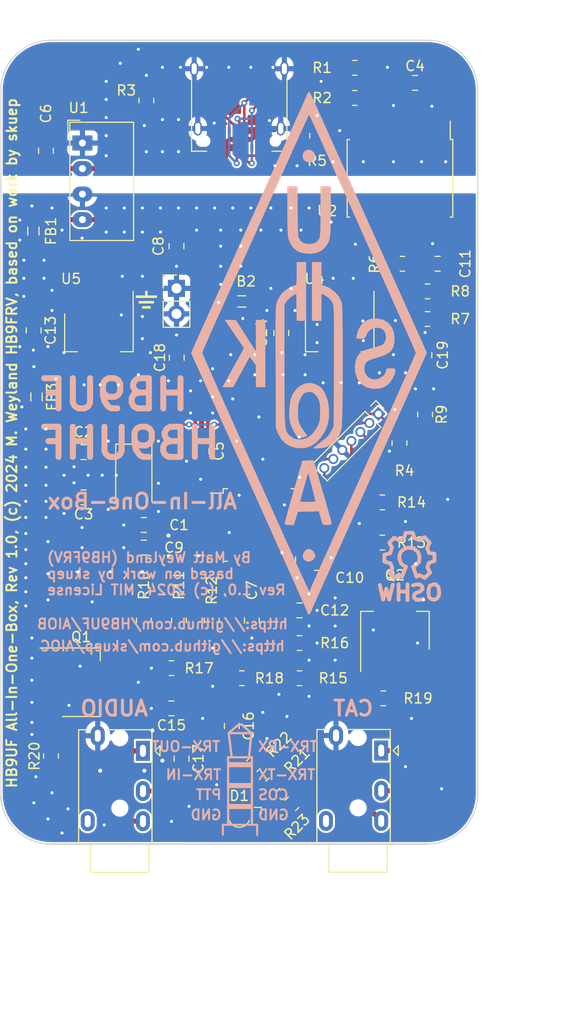
<source format=kicad_pcb>
(kicad_pcb (version 20211014) (generator pcbnew)
  (layers (0 "F.Cu" signal) (31 "B.Cu" signal) (34 "B.Paste" user) (35 "F.Paste" user) (36 "B.SilkS" user "B.Silkscreen") (37 "F.SilkS" user "F.Silkscreen") (38 "B.Mask" user) (39 "F.Mask" user) (44 "Edge.Cuts" user))
  (net 0 "")
  (net 1 "GND")
  (net 2 "/OSCIN")
  (net 3 "/OSCOUT")
  (net 6 "Net-(C8-Pad1)")
  (net 7 "Net-(C11-Pad1)")
  (net 8 "Net-(C13-Pad1)")
  (net 9 "Net-(C15-Pad1)")
  (net 10 "Net-(R6-Pad1)")
  (net 11 "Net-(R7-Pad2)")
  (net 12 "/SWCLK")
  (net 13 "Net-(R8-Pad2)")
  (net 18 "/SWDIO")
  (net 22 "+3V3")
  (net 23 "+3.3VA")
  (net 24 "Net-(C14-Pad1)")
  (net 25 "GNDREF")
  (net 26 "/USART-RX")
  (net 27 "/USART-TX")
  (net 28 "/PTT1")
  (net 29 "/AFIN")
  (net 30 "/RADIO-MIC")
  (net 31 "/RADIO-SPK")
  (net 32 "/AFOUT")
  (net 33 "/RADIO-TX")
  (net 34 "/NRST")
  (net 35 "/SWO")
  (net 36 "/BOOT0")
  (net 37 "Net-(D1-Pad1)")
  (net 40 "/DAC_ATTEN")
  (net 41 "Net-(C4-Pad1)")
  (net 42 "Net-(C6-Pad1)")
  (net 44 "/USB-DP-H")
  (net 45 "/USB-DN-H")
  (net 46 "Net-(C16-Pad1)")
  (net 47 "/USB-DP-D")
  (net 48 "/USB-DN-D")
  (net 49 "Net-(J1-PadA6)")
  (net 50 "Net-(J1-PadA7)")
  (net 51 "Net-(J1-PadA5)")
  (net 52 "Net-(J1-PadB5)")
  (net 53 "Net-(Q1-Pad1)")
  (net 55 "Net-(C18-Pad1)")
  (net 59 "Net-(Q1-Pad2)")
  (net 60 "Net-(Q2-Pad2)")
  (net 61 "/RADIO-PTT")
  (net 62 "/RADIO-RX")
  (net 64 "/COS")
  (net 65 "Net-(Q2-Pad1)")
  (net 67 "Net-(D1-Pad3)")
  (net 68 "/LED_B")
  (net 69 "/LED_G")
  (net 70 "/LED_R")
  (net 73 "Net-(D1-Pad4)")
  (footprint "Resistor_SMD:R_0805_2012Metric" (layer "F.Cu") (at 224.5 89.25 90)
    (fp_text reference "R12")
    (fp_text value "10K")
  )
  (footprint "Capacitor_SMD:C_0805_2012Metric" (layer "F.Cu") (at 233.25 88.25)
    (fp_text reference "C12")
    (fp_text value "10n/NP0")
  )
  (footprint "AIOC:USB_C_Receptacle_Amphenol_12401832E40-2A" (layer "F.Cu") (at 227.25 38.18 180)
    (fp_text reference "J1" hide)
    (fp_text value "12401832E402A")
  )
  (footprint "Capacitor_SMD:C_0805_2012Metric" (layer "F.Cu") (at 211.75 72.5 180)
    (fp_text reference "C2")
    (fp_text value "22p/NP0")
  )
  (footprint "Capacitor_SMD:C_0805_2012Metric" (layer "F.Cu") (at 208 42.5 90)
    (fp_text reference "C6")
    (fp_text value "4.7u/10V/X5R")
  )
  (footprint "Connector_Audio:Jack_3.5mm_PJ320E_Horizontal" (layer "F.Cu") (at 241.3825 102.2 180)
    (fp_text reference "J5" hide)
    (fp_text value "CAT")
  )
  (footprint "hb9uf:GND" (layer "F.Cu") (at 218 57.2)
    (fp_text reference "GND" hide)
    (fp_text value "GND" hide)
  )
  (footprint "Resistor_SMD:R_0805_2012Metric" (layer "F.Cu") (at 230.6 105.6 45)
    (fp_text reference "R21")
    (fp_text value "220R")
  )
  (footprint "Inductor_SMD:L_0805_2012Metric" (layer "F.Cu") (at 206.75 50.5 -90)
    (fp_text reference "FB1")
    (fp_text value "600R@100MHz")
  )
  (footprint "Package_TO_SOT_SMD:SOT-223-3_TabPin2" (layer "F.Cu") (at 211.5 95.4)
    (fp_text reference "Q1")
    (fp_text value "PZT2222A")
  )
  (footprint "Capacitor_SMD:C_0805_2012Metric" (layer "F.Cu") (at 244.75 35.75)
    (fp_text reference "C4")
    (fp_text value "100n")
  )
  (footprint "Capacitor_SMD:C_0805_2012Metric" (layer "F.Cu") (at 217.75 82 180)
    (fp_text reference "C9")
    (fp_text value "100n")
  )
  (footprint "Capacitor_SMD:C_0805_2012Metric" (layer "F.Cu") (at 220.5 98 180)
    (fp_text reference "C15")
    (fp_text value "100n")
  )
  (footprint "Resistor_SMD:R_0805_2012Metric" (layer "F.Cu") (at 228.645235 103.604765 45)
    (fp_text reference "R22")
    (fp_text value "220R")
  )
  (footprint "LED_SMD:LED_Kingbright_APFA3010_3x1.5mm_Horizontal" (layer "F.Cu") (at 227.25 108.5 180)
    (fp_text reference "D1")
    (fp_text value "LED_RGBK")
  )
  (footprint "Capacitor_SMD:C_0805_2012Metric" (layer "F.Cu") (at 223.5 72.4 -90)
    (fp_text reference "C5")
    (fp_text value "100n")
  )
  (footprint "Resistor_SMD:R_0805_2012Metric" (layer "F.Cu") (at 208.5 102.75 90)
    (fp_text reference "R20")
    (fp_text value "24R")
  )
  (footprint "Inductor_SMD:L_0805_2012Metric" (layer "F.Cu") (at 227.5 57.5 180)
    (fp_text reference "FB2")
    (fp_text value "600R@100MHz")
  )
  (footprint "Resistor_SMD:R_0805_2012Metric" (layer "F.Cu") (at 241.5 81.5 180)
    (fp_text reference "R13")
    (fp_text value "220R")
  )
  (footprint "Resistor_SMD:R_0805_2012Metric" (layer "F.Cu") (at 217.75 89.25 -90)
    (fp_text reference "R10")
    (fp_text value "2.2K")
  )
  (footprint "Connector_PinHeader_1.27mm:PinHeader_1x07_P1.27mm_Vertical" (layer "F.Cu") (at 241.104684 68.695317 -45)
    (fp_text reference "J3" hide)
    (fp_text value "Conn_01x07_Male")
  )
  (footprint "Resistor_SMD:R_0805_2012Metric" (layer "F.Cu") (at 238.75 37.25 180)
    (fp_text reference "R2")
    (fp_text value "24R")
  )
  (footprint "Resistor_SMD:R_0805_2012Metric" (layer "F.Cu") (at 241.5 77.5 180)
    (fp_text reference "R14")
    (fp_text value "220R")
  )
  (footprint "Capacitor_SMD:C_0805_2012Metric" (layer "F.Cu") (at 247 53.75)
    (fp_text reference "C11")
    (fp_text value "100n")
  )
  (footprint "Package_TO_SOT_SMD:SOT-223-3_TabPin2" (layer "F.Cu") (at 242.75 90.25 90)
    (fp_text reference "Q2")
    (fp_text value "PZT2222A")
  )
  (footprint "Package_QFP:LQFP-48_7x7mm_P0.5mm" (layer "F.Cu") (at 229.25 79.75)
    (fp_text reference "U3" hide)
    (fp_text value "STM32F373CBTx")
  )
  (footprint "Capacitor_SMD:C_0805_2012Metric" (layer "F.Cu") (at 231.4375 60.64375 -90)
    (fp_text reference "C14")
    (fp_text value "4.7u/10V/X5R")
  )
  (footprint "Resistor_SMD:R_0805_2012Metric" (layer "F.Cu") (at 220.5 94)
    (fp_text reference "R17")
    (fp_text value "220R")
  )
  (footprint "Package_SO:SOIC-16W_7.5x10.3mm_P1.27mm" (layer "F.Cu") (at 243.25 45.25 -90)
    (fp_text reference "U2")
    (fp_text value "ADUM3160")
  )
  (footprint "Inductor_SMD:L_0805_2012Metric" (layer "F.Cu") (at 207.06 67 -90)
    (fp_text reference "FB3")
    (fp_text value "600R@100MHz")
  )
  (footprint "Package_TO_SOT_SMD:SOT-223-3_TabPin2" (layer "F.Cu") (at 237.25 60.59375 -90)
    (fp_text reference "U4")
    (fp_text value "TLV1117LV-33")
  )
  (footprint "Resistor_SMD:R_0805_2012Metric" (layer "F.Cu") (at 246 56.5 180)
    (fp_text reference "R8")
    (fp_text value "24R")
  )
  (footprint "Capacitor_SMD:C_0805_2012Metric" (layer "F.Cu") (at 221 52 -90)
    (fp_text reference "C8")
    (fp_text value "4.7u/10V/X5R")
  )
  (footprint "Resistor_SMD:R_0805_2012Metric" (layer "F.Cu") (at 246 59.25 180)
    (fp_text reference "R7")
    (fp_text value "24R")
  )
  (footprint "Capacitor_SMD:C_0805_2012Metric" (layer "F.Cu") (at 211.75 77 180)
    (fp_text reference "C3")
    (fp_text value "22p/NP0")
  )
  (footprint "Capacitor_SMD:C_0805_2012Metric" (layer "F.Cu") (at 206.775 60.3875 -90)
    (fp_text reference "C13")
    (fp_text value "4.7u/10V/X5R")
  )
  (footprint "Capacitor_SMD:C_0805_2012Metric" (layer "F.Cu") (at 221.025 63.09375 90)
    (fp_text reference "C18")
    (fp_text value "4.7u/10V/X5R")
  )
  (footprint "Resistor_SMD:R_0805_2012Metric" (layer "F.Cu") (at 245.75 68.75 -90)
    (fp_text reference "R9")
    (fp_text value "1.5K")
  )
  (footprint "Capacitor_SMD:C_0805_2012Metric" (layer "F.Cu") (at 245.6875 62.84375 90)
    (fp_text reference "C19")
    (fp_text value "4.7u/10V/X5R")
  )
  (footprint "Capacitor_SMD:C_0805_2012Metric" (layer "F.Cu") (at 226.5 99.75 -90)
    (fp_text reference "C16")
    (fp_text value "4.7u/10V/X5R")
  )
  (footprint "Resistor_SMD:R_0805_2012Metric" (layer "F.Cu") (at 221.25 89.25 90)
    (fp_text reference "R11")
    (fp_text value "N.M.")
  )
  (footprint "Resistor_SMD:R_0805_2012Metric" (layer "F.Cu") (at 227.5 95 180)
    (fp_text reference "R18")
    (fp_text value "2.2K")
  )
  (footprint "Capacitor_SMD:C_0805_2012Metric" (layer "F.Cu") (at 217.75 79.75 180)
    (fp_text reference "C1")
    (fp_text value "100n")
  )
  (footprint "Converter_DCDC:Converter_DCDC_Murata_CRE1xxxxxxSC_THT" (layer "F.Cu") (at 211.6325 41.7375)
    (fp_text reference "U1")
    (fp_text value "CRE1S0505SC")
  )
  (footprint "Resistor_SMD:R_0805_2012Metric" (layer "F.Cu") (at 232.5 107.5 45)
    (fp_text reference "R23")
    (fp_text value "220R")
  )
  (footprint "Capacitor_SMD:C_0805_2012Metric" (layer "F.Cu") (at 228.5 89.25 -90)
    (fp_text reference "C7")
    (fp_text value "100n")
  )
  (footprint "Resistor_SMD:R_0805_2012Metric" (layer "F.Cu") (at 233.25 95 180)
    (fp_text reference "R15")
    (fp_text value "5.1K")
  )
  (footprint "Connector_Audio:Jack_3.5mm_PJ320E_Horizontal" (layer "F.Cu") (at 217.6575 102.225 180)
    (fp_text reference "J4" hide)
    (fp_text value "AUDIO")
  )
  (footprint "Resistor_SMD:R_0805_2012Metric" (layer "F.Cu") (at 233.25 91.5 180)
    (fp_text reference "R16")
    (fp_text value "5.1K")
  )
  (footprint "Capacitor_SMD:C_0805_2012Metric" (layer "F.Cu") (at 235 85 180)
    (fp_text reference "C10")
    (fp_text value "4.7u/10V/X5R")
  )
  (footprint "Resistor_SMD:R_0805_2012Metric" (layer "F.Cu") (at 243.2 71.6 90)
    (fp_text reference "R4")
    (fp_text value "2.2K")
  )
  (footprint "Resistor_SMD:R_0805_2012Metric" (layer "F.Cu") (at 241.6 97 180)
    (fp_text reference "R19")
    (fp_text value "24R")
  )
  (footprint "Resistor_SMD:R_0805_2012Metric" (layer "F.Cu") (at 243.5 53.75)
    (fp_text reference "R6")
    (fp_text value "5.1K")
  )
  (footprint "Resistor_SMD:R_0805_2012Metric" (layer "F.Cu") (at 218 37.5 -90)
    (fp_text reference "R3")
    (fp_text value "5.1K")
  )
  (footprint "Resistor_SMD:R_0805_2012Metric" (layer "F.Cu") (at 238.75 34.25 180)
    (fp_text reference "R1")
    (fp_text value "24R")
  )
  (footprint "Package_TO_SOT_SMD:SOT-223-3_TabPin2" (layer "F.Cu") (at 213.275 60.59375 -90)
    (fp_text reference "U5")
    (fp_text value "TLV1117LV-33")
  )
  (footprint "Capacitor_SMD:C_0805_2012Metric" (layer "F.Cu") (at 221.5 103 -90)
    (fp_text reference "C17")
    (fp_text value "4.7u/10V/X5R")
  )
  (footprint "AIOC:Crystal_SMD_5032-2Pin_5.0x3.2mm" (layer "F.Cu") (at 216.75 74.75 -90)
    (fp_text reference "Y1" hide)
    (fp_text value "8MHz/20pF")
  )
  (footprint "Resistor_SMD:R_0805_2012Metric" (layer "F.Cu") (at 235 41 -90)
    (fp_text reference "R5")
    (fp_text value "5.1K")
  )
  (footprint "Connector_PinHeader_2.54mm:PinHeader_1x02_P2.54mm_Vertical" (layer "F.Cu") (at 221 56.2)
    (fp_text reference "J2" hide)
    (fp_text value "GND")
  )
  (footprint "symbols:Symbol_OSHW-Logo_SilkScreen" (layer "B.Cu") (at 244.2 83 180)
    (fp_text reference "SYM" hide)
    (fp_text value "Symbol_OSHW-Logo_SilkScreen_07Jul2012" hide)
  )
  (footprint "symbols:hb9uf_logo" (layer "B.Cu") (at 234.2 62.6 180)
    (fp_text reference "G***" hide)
    (fp_text value "LOGO" hide)
  )
  (gr_line (start 226.137693 102.867386) (end 226.137693 102.867386) (layer "B.SilkS") (width 0.223652))
  (gr_line (start 227.2 99.6) (end 226.196182 100.456285) (layer "B.SilkS") (width 0.223652))
  (gr_line (start 228.454041 100.461748) (end 226.19268 100.461748) (layer "B.SilkS") (width 0.223652))
  (gr_line (start 228.454041 100.461748) (end 228.454041 100.461748) (layer "B.SilkS") (width 0.223652))
  (gr_poly (pts (xy 226.074947 108.018809) (xy 226.074947 107.512632) (xy 228.491242 107.512632) (xy 228.491242 108.018809)) (layer "B.SilkS") (width 0) (fill solid))
  (gr_line (start 228.430798 100.446414) (end 227.485389 99.59925) (layer "B.SilkS") (width 0.223652))
  (gr_line (start 228.504917 109.49998) (end 228.504917 102.867386) (layer "B.SilkS") (width 0.223652))
  (gr_line (start 227.2 99.6) (end 227.2 99.6) (layer "B.SilkS") (width 0.223652))
  (gr_line (start 225.613952 109.578651) (end 225.613952 110.57634) (layer "B.SilkS") (width 0.201287))
  (gr_line (start 228.504917 102.867386) (end 228.504917 102.867386) (layer "B.SilkS") (width 0.223652))
  (gr_line (start 225.613952 109.578651) (end 225.613952 109.578651) (layer "B.SilkS") (width 0.201287))
  (gr_line (start 226.19268 100.461748) (end 226.19268 100.461748) (layer "B.SilkS") (width 0.223652))
  (gr_line (start 226.137693 102.867386) (end 226.140473 109.487063) (layer "B.SilkS") (width 0.223652))
  (gr_line (start 228.226473 102.851172) (end 228.454041 100.461748) (layer "B.SilkS") (width 0.223652))
  (gr_poly (pts (xy 226.095855 105.93115) (xy 226.095855 105.424973) (xy 228.51215 105.424973) (xy 228.51215 105.93115)) (layer "B.SilkS") (width 0) (fill solid))
  (gr_line (start 228.504917 102.867386) (end 226.137693 102.867386) (layer "B.SilkS") (width 0.223652))
  (gr_line (start 227.485389 99.59925) (end 227.2 99.6) (layer "B.SilkS") (width 0.223652))
  (gr_line (start 229.028656 109.578651) (end 225.613952 109.578651) (layer "B.SilkS") (width 0.201287))
  (gr_line (start 229.028656 110.611363) (end 229.028656 109.578651) (layer "B.SilkS") (width 0.201287))
  (gr_poly (pts (xy 226.118391 103.855172) (xy 226.118391 103.348995) (xy 228.534686 103.348995) (xy 228.534686 103.855172)) (layer "B.SilkS") (width 0) (fill solid))
  (gr_line (start 229.028656 109.578651) (end 229.028656 109.578651) (layer "B.SilkS") (width 0.201287))
  (gr_line (start 226.19268 100.461748) (end 226.50007 102.860805) (layer "B.SilkS") (width 0.223652))
  (gr_line (start 227.485389 99.59925) (end 227.485389 99.59925) (layer "B.SilkS") (width 0.223652))
  (gr_line (start 251 106.5) (end 251 36.5) (layer "Edge.Cuts") (width 0.1))
  (gr_line (start 246 111.5) (end 208.5 111.5) (layer "Edge.Cuts") (width 0.15))
  (gr_arc (start 251 106.5) (mid 249.535534 110.035534) (end 246 111.5) (layer "Edge.Cuts") (width 0.1))
  (gr_arc (start 203.5 36.5) (mid 204.964466 32.964466) (end 208.5 31.5) (layer "Edge.Cuts") (width 0.1))
  (gr_line (start 203.5 36.5) (end 203.5 106.5) (layer "Edge.Cuts") (width 0.15))
  (gr_arc (start 246 31.5) (mid 249.535534 32.964466) (end 251 36.5) (layer "Edge.Cuts") (width 0.1))
  (gr_arc (start 208.5 111.5) (mid 204.964466 110.035534) (end 203.5 106.5) (layer "Edge.Cuts") (width 0.15))
  (gr_line (start 208.5 31.5) (end 246 31.5) (layer "Edge.Cuts") (width 0.1))
  (gr_text "CAT" (at 238.6 98) (layer "B.SilkS") (effects (font (size 1.5 1.5) (thickness 0.3)) (justify mirror)))
  (gr_text "COS" (at 229 106.6) (layer "B.SilkS") (effects (font (size 1 1) (thickness 0.2)) (justify right mirror)))
  (gr_text "TRX-IN" (at 225.556772 104.6) (layer "B.SilkS") (effects (font (size 1 1) (thickness 0.2)) (justify left mirror)))
  (gr_text "TRX-RX" (at 229 101.8) (layer "B.SilkS") (effects (font (size 1 1) (thickness 0.2)) (justify right mirror)))
  (gr_text "AUDIO" (at 214.8 98) (layer "B.SilkS") (effects (font (size 1.5 1.5) (thickness 0.3)) (justify mirror)))
  (gr_text "https://github.com/skuep/AIOC" (at 219.6 91.8) (layer "B.SilkS") (effects (font (size 1 1) (thickness 0.2)) (justify mirror)))
  (gr_text "All-In-One-Box\n" (at 208 77.4) (layer "B.SilkS") (effects (font (size 1.5 1.5) (thickness 0.3)) (justify right mirror)))
  (gr_text "https://github.com/HB9UF/AIOB" (at 219.6 89.6) (layer "B.SilkS") (effects (font (size 1 1) (thickness 0.2)) (justify mirror)))
  (gr_text "GND" (at 225.6 108.6) (layer "B.SilkS") (effects (font (size 1 1) (thickness 0.2)) (justify left mirror)))
  (gr_text "HB9UF\nHB9UHF" (at 207 69.2) (layer "B.SilkS") (effects (font (size 3 3) (thickness 0.6)) (justify right mirror)))
  (gr_text "GND" (at 229 108.6) (layer "B.SilkS") (effects (font (size 1 1) (thickness 0.2)) (justify right mirror)))
  (gr_text "TRX-TX" (at 229 104.6) (layer "B.SilkS") (effects (font (size 1 1) (thickness 0.2)) (justify right mirror)))
  (gr_text "TRX-OUT" (at 225.460917 101.8) (layer "B.SilkS") (effects (font (size 1 1) (thickness 0.2)) (justify left mirror)))
  (gr_text "PTT" (at 225.6 106.6) (layer "B.SilkS") (effects (font (size 1 1) (thickness 0.2)) (justify left mirror)))
  (gr_text "By Matt Weyland (HB9FRV)\nbased on work by skuep\nRev 1.0, (c) 2024, MIT License" (at 208 84.6) (layer "B.SilkS") (effects (font (size 1 1) (thickness 0.2)) (justify right mirror)))
  (gr_text "HB9UF All-In-One-Box, Rev 1.0, (c) 2024 M. Weyland HB9FRV, based on work by skuep" (at 204.6 71.6 90) (layer "F.SilkS") (effects (font (size 1 1) (thickness 0.2))))
  (segment (start 227 76.5) (end 227.25 76.75) (width 0.25) (layer "F.Cu") (net 1))
  (segment (start 245.6875 60.65625) (end 245.75 60.59375) (width 0.25) (layer "F.Cu") (net 1))
  (segment (start 246.5 51.75) (end 247.95 53.2) (width 0.5) (layer "F.Cu") (net 1))
  (segment (start 215.575 58.76875) (end 215.5 58.84375) (width 0.25) (layer "F.Cu") (net 1))
  (segment (start 227.25 76.75) (end 227.235214 76.764786) (width 0.25) (layer "F.Cu") (net 1))
  (segment (start 216.8 82) (end 215.75 82) (width 0.25) (layer "F.Cu") (net 1))
  (segment (start 225.0875 80.5) (end 226.25 80.5) (width 0.25) (layer "F.Cu") (net 1))
  (segment (start 219.55 98) (end 218.5 98) (width 0.5) (layer "F.Cu") (net 1))
  (segment (start 234.2 88.25) (end 235 88.25) (width 0.25) (layer "F.Cu") (net 1))
  (segment (start 206.775 62.31875) (end 206.75 62.34375) (width 0.25) (layer "F.Cu") (net 1))
  (segment (start 215.575 57.44375) (end 215.575 58.76875) (width 0.25) (layer "F.Cu") (net 1))
  (segment (start 242.3125 72.5125) (end 242.2 72.4) (width 0.25) (layer "F.Cu") (net 1))
  (segment (start 246.425 51.675) (end 246.5 51.75) (width 0.5) (layer "F.Cu") (net 1))
  (segment (start 210.8 72.5) (end 210.8 73.95) (width 0.25) (layer "F.Cu") (net 1))
  (segment (start 210.8 77) (end 210.8 75.55) (width 0.25) (layer "F.Cu") (net 1))
  (segment (start 245.05 93.4) (end 245.05 91.55) (width 0.5) (layer "F.Cu") (net 1))
  (segment (start 231.4375 62.53125) (end 231.5 62.59375) (width 0.25) (layer "F.Cu") (net 1))
  (segment (start 239.55 57.44375) (end 239.55 59.45) (width 0.5) (layer "F.Cu") (net 1))
  (segment (start 243.2 72.5125) (end 242.3125 72.5125) (width 0.25) (layer "F.Cu") (net 1))
  (segment (start 245.6875 61.89375) (end 245.6875 60.65625) (width 0.25) (layer "F.Cu") (net 1))
  (segment (start 234.1625 91.5) (end 235 91.5) (width 0.25) (layer "F.Cu") (net 1))
  (segment (start 221.025 60.86875) (end 221 60.84375) (width 0.25) (layer "F.Cu") (net 1))
  (segment (start 206.775 61.3375) (end 206.775 62.31875) (width 0.25) (layer "F.Cu") (net 1))
  (segment (start 231.4375 61.59375) (end 231.4375 62.53125) (width 0.25) (layer "F.Cu") (net 1))
  (segment (start 247.95 53.2) (end 247.95 53.75) (width 0.5) (layer "F.Cu") (net 1))
  (segment (start 221.025 62.14375) (end 221.025 60.86875) (width 0.25) (layer "F.Cu") (net 1))
  (segment (start 232 77.5) (end 231.75 77.75) (width 0.25) (layer "F.Cu") (net 1))
  (segment (start 227.235214 76.764786) (end 227.235214 76.792247) (width 0.25) (layer "F.Cu") (net 1))
  (segment (start 228.5 90.2) (end 228.5 91) (width 0.25) (layer "F.Cu") (net 1))
  (segment (start 219.5875 94) (end 218.5 94) (width 0.5) (layer "F.Cu") (net 1))
  (segment (start 208.35 97.7) (end 210.3 97.7) (width 0.5) (layer "F.Cu") (net 1))
  (segment (start 216.8 79.75) (end 215.75 79.75) (width 0.25) (layer "F.Cu") (net 1))
  (segment (start 227 75.5875) (end 227 76.5) (width 0.25) (layer "F.Cu") (net 1))
  (segment (start 238.805 49.9) (end 238.805 51.805) (width 0.5) (layer "F.Cu") (net 1))
  (segment (start 231.5 83.9125) (end 231.5 82.5) (width 0.25) (layer "F.Cu") (net 1))
  (segment (start 221 52.95) (end 221 54) (width 0.5) (layer "F.Cu") (net 1))
  (segment (start 234.3 85) (end 233 85) (width 0.5) (layer "F.Cu") (net 1))
  (segment (start 233.4125 77.5) (end 232 77.5) (width 0.25) (layer "F.Cu") (net 1))
  (segment (start 246.425 49.9) (end 246.425 51.675) (width 0.5) (layer "F.Cu") (net 1))
  (via (at 229.4 50.4) (size 0.6) (drill 0.3) (layers "F.Cu" "B.Cu") (net 1))
  (via (at 217.6 61.2) (size 0.6) (drill 0.3) (layers "F.Cu" "B.Cu") (net 1))
  (via (at 224.6 67) (size 0.6) (drill 0.3) (layers "F.Cu" "B.Cu") (net 1))
  (via (at 220.2 65.4) (size 0.6) (drill 0.3) (layers "F.Cu" "B.Cu") (net 1))
  (via (at 243.8 103.8) (size 0.6) (drill 0.3) (layers "F.Cu" "B.Cu") (net 1))
  (via (at 217.8 104.2) (size 0.8) (drill 0.4) (layers "F.Cu" "B.Cu") (net 1))
  (via (at 210.8 75.55) (size 0.6) (drill 0.3) (layers "F.Cu" "B.Cu") (net 1))
  (via (at 214 48.2) (size 0.6) (drill 0.3) (layers "F.Cu" "B.Cu") (net 1))
  (via (at 234.2 48.2) (size 0.6) (drill 0.3) (layers "F.Cu" "B.Cu") (net 1))
  (via (at 217.6 48.2) (size 0.6) (drill 0.3) (layers "F.Cu" "B.Cu") (net 1))
  (via (at 223.4 75.2) (size 0.6) (drill 0.3) (layers "F.Cu" "B.Cu") (net 1))
  (via (at 205.4 51.4) (size 0.6) (drill 0.3) (layers "F.Cu" "B.Cu") (net 1))
  (via (at 213.6 74.8) (size 0.6) (drill 0.3) (layers "F.Cu" "B.Cu") (net 1))
  (via (at 245.6 87.2) (size 0.6) (drill 0.3) (layers "F.Cu" "B.Cu") (net 1))
  (via (at 208.2 84.6) (size 0.6) (drill 0.3) (layers "F.Cu" "B.Cu") (net 1))
  (via (at 220.2 80.8) (size 0.8) (drill 0.4) (layers "F.Cu" "B.Cu") (net 1))
  (via (at 232.8 58.4) (size 0.6) (drill 0.3) (layers "F.Cu" "B.Cu") (net 1))
  (via (at 220.5 109.25) (size 0.6) (drill 0.3) (layers "F.Cu" "B.Cu") (net 1))
  (via (at 208.6 106.4) (size 0.6) (drill 0.3) (layers "F.Cu" "B.Cu") (net 1))
  (via (at 229.2 69) (size 0.6) (drill 0.3) (layers "F.Cu" "B.Cu") (net 1))
  (via (at 210.8 73.95) (size 0.6) (drill 0.3) (layers "F.Cu" "B.Cu") (net 1))
  (via (at 233 85) (size 0.6) (drill 0.3) (layers "F.Cu" "B.Cu") (net 1))
  (via (at 206 79) (size 0.6) (drill 0.3) (layers "F.Cu" "B.Cu") (net 1))
  (via (at 213.4 104.2) (size 0.8) (drill 0.4) (layers "F.Cu" "B.Cu") (net 1))
  (via (at 206.6 93) (size 0.6) (drill 0.3) (layers "F.Cu" "B.Cu") (net 1))
  (via (at 208 74) (size 0.6) (drill 0.3) (layers "F.Cu" "B.Cu") (net 1))
  (via (at 207 104.8) (size 0.6) (drill 0.3) (layers "F.Cu" "B.Cu") (net 1))
  (via (at 236.8 93.2) (size 0.6) (drill 0.3) (layers "F.Cu" "B.Cu") (net 1))
  (via (at 242.6 62.8) (size 0.6) (drill 0.3) (layers "F.Cu" "B.Cu") (net 1))
  (via (at 228.8 62.8) (size 0.6) (drill 0.3) (layers "F.Cu" "B.Cu") (net 1))
  (via (at 214.2 71.4) (size 0.6) (drill 0.3) (layers "F.Cu" "B.Cu") (net 1))
  (via (at 208 70.2) (size 0.6) (drill 0.3) (layers "F.Cu" "B.Cu") (net 1))
  (via (at 218.5 98) (size 0.6) (drill 0.3) (layers "F.Cu" "B.Cu") (net 1))
  (via (at 209.6 50.4) (size 0.6) (drill 0.3) (layers "F.Cu" "B.Cu") (net 1))
  (via (at 214.4 84.4) (size 0.6) (drill 0.3) (layers "F.Cu" "B.Cu") (net 1))
  (via (at 219.2 75.6) (size 0.6) (drill 0.3) (layers "F.Cu" "B.Cu") (net 1))
  (via (at 228.5 91) (size 0.6) (drill 0.3) (layers "F.Cu" "B.Cu") (net 1))
  (via (at 219.2 78.4) (size 0.6) (drill 0.3) (layers "F.Cu" "B.Cu") (net 1))
  (via (at 239.2 79.6) (size 0.6) (drill 0.3) (layers "F.Cu" "B.Cu") (net 1))
  (via (at 238.6 55.2) (size 0.6) (drill 0.3) (layers "F.Cu" "B.Cu") (net 1))
  (via (at 227.235214 76.792247) (size 0.6) (drill 0.3) (layers "F.Cu" "B.Cu") (net 1))
  (via (at 230.4 48.2) (size 0.6) (drill 0.3) (layers "F.Cu" "B.Cu") (net 1))
  (via (at 235.6 65.6) (size 0.6) (drill 0.3) (layers "F.Cu" "B.Cu") (net 1))
  (via (at 233.8 62.8) (size 0.6) (drill 0.3) (layers "F.Cu" "B.Cu") (net 1))
  (via (at 206 75.8) (size 0.6) (drill 0.3) (layers "F.Cu" "B.Cu") (net 1))
  (via (at 214 50.6) (size 0.6) (drill 0.3) (layers "F.Cu" "B.Cu") (net 1))
  (via (at 215.75 82) (size 0.6) (drill 0.3) (layers "F.Cu" "B.Cu") (net 1))
  (via (at 215.8 50.6) (size 0.6) (drill 0.3) (layers "F.Cu" "B.Cu") (net 1))
  (via (at 242.2 72.4) (size 0.6) (drill 0.3) (layers "F.Cu" "B.Cu") (net 1))
  (via (at 206.6 95.2) (size 0.6) (drill 0.3) (layers "F.Cu" "B.Cu") (net 1))
  (via (at 231.4 50.4) (size 0.6) (drill 0.3) (layers "F.Cu" "B.Cu") (net 1))
  (via (at 211.6 80) (size 0.6) (drill 0.3) (layers "F.Cu" "B.Cu") (net 1))
  (via (at 248 77.2) (size 0.6) (drill 0.3) (layers "F.Cu" "B.Cu") (net 1))
  (via (at 220.2 82.8) (size 0.6) (drill 0.3) (layers "F.Cu" "B.Cu") (net 1))
  (via (at 206 72.2) (size 0.6) (drill 0.3) (layers "F.Cu" "B.Cu") (net 1))
  (via (at 236.8 87) (size 0.6) (drill 0.3) (layers "F.Cu" "B.Cu") (net 1))
  (via (at 235 91.5) (size 0.6) (drill 0.3) (layers "F.Cu" "B.Cu") (net 1))
  (via (at 224.6 68.6) (size 0.6) (drill 0.3) (layers "F.Cu" "B.Cu") (net 1))
  (via (at 221.2 48.2) (size 0.6) (drill 0.3) (layers "F.Cu" "B.Cu") (net 1))
  (via (at 218.5 94) (size 0.6) (drill 0.3) (layers "F.Cu" "B.Cu") (net 1))
  (via (at 237.4 65.6) (size 0.6) (drill 0.3) (layers "F.Cu" "B.Cu") (net 1))
  (via (at 205.6 68) (size 0.6) (drill 0.3) (layers "F.Cu" "B.Cu") (net 1))
  (via (at 242.75 68.25) (size 0.6) (drill 0.3) (layers "F.Cu" "B.Cu") (net 1))
  (via (at 207.8 55.2) (size 0.6) (drill 0.3) (layers "F.Cu" "B.Cu") (net 1))
  (via (at 225.4 52) (size 0.6) (drill 0.3) (layers "F.Cu" "B.Cu") (net 1))
  (via (at 229.6 73.2) (size 0.6) (drill 0.3) (layers "F.Cu" "B.Cu") (net 1))
  (via (at 206.6 91) (size 0.6) (drill 0.3) (layers "F.Cu" "B.Cu") (net 1))
  (via (at 206 74) (size 0.6) (drill 0.3) (layers "F.Cu" "B.Cu") (net 1))
  (via (at 234.2 96.8) (size 0.6) (drill 0.3) (layers "F.Cu" "B.Cu") (net 1))
  (via (at 222.4 66.4) (size 0.6) (drill 0.3) (layers "F.Cu" "B.Cu") (net 1))
  (via (at 230 101) (size 0.6) (drill 0.3) (layers "F.Cu" "B.Cu") (net 1))
  (via (at 235 61.6) (size 0.6) (drill 0.3) (layers "F.Cu" "B.Cu") (net 1))
  (via (at 208.2 62) (size 0.6) (drill 0.3) (layers "F.Cu" "B.Cu") (net 1))
  (via (at 206 83.6) (size 0.6) (drill 0.3) (layers "F.Cu" "B.Cu") (net 1))
  (via (at 235 59.8) (size 0.6) (drill 0.3) (layers "F.Cu" "B.Cu") (net 1))
  (via (at 226.6 67.2) (size 0.6) (drill 0.3) (layers "F.Cu" "B.Cu") (net 1))
  (via (at 239.6 61.4) (size 0.6) (drill 0.3) (layers "F.Cu" "B.Cu") (net 1))
  (via (at 208.2 87.2) (size 0.6) (drill 0.3) (layers "F.Cu" "B.Cu") (net 1))
  (via (at 225.4 54) (size 0.6) (drill 0.3) (layers "F.Cu" "B.Cu") (net 1))
  (via (at 210.2 108) (size 0.6) (drill 0.3) (layers "F.Cu" "B.Cu") (net 1))
  (via (at 215.6 55) (size 0.6) (drill 0.3) (layers "F.Cu" "B.Cu") (net 1))
  (via (at 217.6 84.4) (size 0.6) (drill 0.3) (layers "F.Cu" "B.Cu") (net 1))
  (via (at 206.8 64) (size 0.6) (drill 0.3) (layers "F.Cu" "B.Cu") (net 1))
  (via (at 240.6 90.2) (size 0.6) (drill 0.3) (layers "F.Cu" "B.Cu") (net 1))
  (via (at 223 48.2) (size 0.6) (drill 0.3) (layers "F.Cu" "B.Cu") (net 1))
  (via (at 205.8 55.2) (size 0.6) (drill 0.3) (layers "F.Cu" "B.Cu") (net 1))
  (via (at 244.4 99) (size 0.6) (drill 0.3) (layers "F.Cu" "B.Cu") (net 1))
  (via (at 205.4 62) (size 0.6) (drill 0.3) (layers "F.Cu" "B.Cu") (net 1))
  (via (at 205.4 49.4) (size 0.6) (drill 0.3) (layers "F.Cu" "B.Cu") (net 1))
  (via (at 223.6 99) (size 0.6) (drill 0.3) (layers "F.Cu" "B.Cu") (net 1))
  (via (at 209.8 62.6) (size 0.6) (drill 0.3) (layers "F.Cu" "B.Cu") (net 1))
  (via (at 225.2 57.6) (size 0.6) (drill 0.3) (layers "F.Cu" "B.Cu") (net 1))
  (via (at 217.6 50.6) (size 0.6) (drill 0.3) (layers "F.Cu" "B.Cu") (net 1))
  (via (at 206.6 97.4) (size 0.6) (drill 0.3) (layers "F.Cu" "B.Cu") (net 1))
  (via (at 242.8 59.4) (size 0.6) (drill 0.3) (layers "F.Cu" "B.Cu") (net 1))
  (via (at 231.75 77.75) (size 0.6) (drill 0.3) (layers "F.Cu" "B.Cu") (net 1))
  (via (at 223 50.4) (size 0.6) (drill 0.3) (layers "F.Cu" "B.Cu") (net 1))
  (via (at 236.4 49.6) (size 0.6) (drill 0.3) (layers "F.Cu" "B.Cu") (net 1))
  (via (at 239.55 59.45) (size 0.6) (drill 0.3) (layers "F.Cu" "B.Cu") (net 1))
  (via (at 217.2 95.4) (size 0.6) (drill 0.3) (layers "F.Cu" "B.Cu") (net 1))
  (via (at 227 71.4) (size 0.6) (drill 0.3) (layers "F.Cu" "B.Cu") (net 1))
  (via (at 236.6 55.2) (size 0.6) (drill 0.3) (layers "F.Cu" "B.Cu") (net 1))
  (via (at 224.6 95.8) (size 0.6) (drill 0.3) (layers "F.Cu" "B.Cu") (net 1))
  (via (at 208 79) (size 0.6) (drill 0.3) (layers "F.Cu" "B.Cu") (net 1))
  (via (at 218.4 62.6) (size 0.6) (drill 0.3) (layers "F.Cu" "B.Cu") (net 1))
  (via (at 238.805 51.805) (size 0.6) (drill 0.3) (layers "F.Cu" "B.Cu") (net 1))
  (via (at 215.8 48.2) (size 0.6) (drill 0.3) (layers "F.Cu" "B.Cu") (net 1))
  (via (at 211.2 84.4) (size 0.6) (drill 0.3) (layers "F.Cu" "B.Cu") (net 1))
  (via (at 211.6 82) (size 0.6) (drill 0.3) (layers "F.Cu" "B.Cu") (net 1))
  (via (at 230 58.4) (size 0.6) (drill 0.3) (layers "F.Cu" "B.Cu") (net 1))
  (via (at 226.25 80.5) (size 0.6) (drill 0.3) (layers "F.Cu" "B.Cu") (net 1))
  (via (at 244.8 83.6) (size 0.6) (drill 0.3) (layers "F.Cu" "B.Cu") (net 1))
  (via (at 208.2 109) (size 0.6) (drill 0.3) (layers "F.Cu" "B.Cu") (net 1))
  (via (at 226.2 65.4) (size 0.6) (drill 0.3) (layers "F.Cu" "B.Cu") (net 1))
  (via (at 224.6 64.2) (size 0.6) (drill 0.3) (layers "F.Cu" "B.Cu") (net 1))
  (via (at 215 74.8) (size 0.6) (drill 0.3) (layers "F.Cu" "B.Cu") (net 1))
  (via (at 208 75.8) (size 0.6) (drill 0.3) (layers "F.Cu" "B.Cu") (net 1))
  (via (at 224.8 48.2) (size 0.6) (drill 0.3) (layers "F.Cu" "B.Cu") (net 1))
  (via (at 229.6 98.4) (size 0.6) (drill 0.3) (layers "F.Cu" "B.Cu") (net 1))
  (via (at 222.25 107.75) (size 0.6) (drill 0.3) (layers "F.Cu" "B.Cu") (net 1))
  (via (at 222.4 68.6) (size 0.6) (drill 0.3) (layers "F.Cu" "B.Cu") (net 1))
  (via (at 206 70.2) (size 0.6) (drill 0.3) (layers "F.Cu" "B.Cu") (net 1))
  (via (at 221 60.84375) (size 0.6) (drill 0.3) (layers "F.Cu" "B.Cu") (net 1))
  (via (at 208.6 58.4) (size 0.6) (drill 0.3) (layers "F.Cu" "B.Cu") (net 1))
  (via (at 246.5 51.75) (size 0.6) (drill 0.3) (layers "F.Cu" "B.Cu") (net 1))
  (via (at 233.8 64.8) (size 0.6) (drill 0.3) (layers "F.Cu" "B.Cu") (net 1))
  (via (at 208 77.4) (size 0.6) (drill 0.3) (layers "F.Cu" "B.Cu") (net 1))
  (via (at 234.2 86.6) (size 0.6) (drill 0.3) (layers "F.Cu" "B.Cu") (net 1))
  (via (at 206 85) (size 0.6) (drill 0.3) (layers "F.Cu" "B.Cu") (net 1))
  (via (at 211.6 51.2) (size 0.6) (drill 0.3) (layers "F.Cu" "B.Cu") (net 1))
  (via (at 222 73.4) (size 0.6) (drill 0.3) (layers "F.Cu" "B.Cu") (net 1))
  (via (at 208 72.2) (size 0.6) (drill 0.3) (layers "F.Cu" "B.Cu") (net 1))
  (via (at 232.4 48.2) (size 0.6) (drill 0.3) (layers "F.Cu" "B.Cu") (net 1))
  (via (at 231.5 62.59375) (size 0.6) (drill 0.3) (layers "F.Cu" "B.Cu") (net 1))
  (via (at 227.4 52) (size 0.6) (drill 0.3) (layers "F.Cu" "B.Cu") (net 1))
  (via (at 227.4 50.4) (size 0.6) (drill 0.3) (layers "F.Cu" "B.Cu") (net 1))
  (via (at 230.4 56.2) (size 0.6) (drill 0.3) (layers "F.Cu" "B.Cu") (net 1))
  (via (at 209.8 78.6) (size 0.6) (drill 0.3) (layers "F.Cu" "B.Cu") (net 1))
  (via (at 223.4 65.4) (size 0.6) (drill 0.3) (layers "F.Cu" "B.Cu") (net 1))
  (via (at 245 91.5) (size 0.6) (drill 0.3) (layers "F.Cu" "B.Cu") (net 1))
  (via (at 206 87.8) (size 0.6) (drill 0.3) (layers "F.Cu" "B.Cu") (net 1))
  (via (at 218.6 100.2) (size 0.8) (drill 0.4) (layers "F.Cu" "B.Cu") (net 1))
  (via (at 217.6 55) (size 0.6) (drill 0.3) (layers "F.Cu" "B.Cu") (net 1))
  (via (at 217.2 64.8) (size 0.6) (drill 0.3) (layers "F.Cu" "B.Cu") (net 1))
  (via (at 225 105.6) (size 0.6) (drill 0.3) (layers "F.Cu" "B.Cu") (net 1))
  (via (at 226.6 48.2) (size 0.6) (drill 0.3) (layers "F.Cu" "B.Cu") (net 1))
  (via (at 243.8 79.4) (size 0.6) (drill 0.3) (layers "F.Cu" "B.Cu") (net 1))
  (via (at 205.8 53.4) (size 0.6) (drill 0.3) (layers "F.Cu" "B.Cu") (net 1))
  (via (at 212.6 87.4) (size 0.6) (drill 0.3) (layers "F.Cu" "B.Cu") (net 1))
  (via (at 232.4 56.2) (size 0.6) (drill 0.3) (layers "F.Cu" "B.Cu") (net 1))
  (via (at 211.8 65.8) (size 0.6) (drill 0.3) (layers "F.Cu" "B.Cu") (net 1))
  (via (at 215.75 79.75) (size 0.6) (drill 0.3) (layers "F.Cu" "B.Cu") (net 1))
  (via (at 244.8 66.2) (size 0.6) (drill 0.3) (layers "F.Cu" "B.Cu") (net 1))
  (via (at 206.8 107.4) (size 0.6) (drill 0.3) (layers "F.Cu" "B.Cu") (net 1))
  (via (at 210.3 97.7) (size 0.6) (drill 0.3) (layers "F.Cu" "B.Cu") (net 1))
  (via (at 206.6 99.4) (size 0.6) (drill 0.3) (layers "F.Cu" "B.Cu") (net 1))
  (via (at 215.2 65.8) (size 0.6) (drill 0.3) (layers "F.Cu" "B.Cu") (net 1))
  (via (at 228.8 64.8) (size 0.6) (drill 0.3) (layers "F.Cu" "B.Cu") (net 1))
  (via (at 209 65.2) (size 0.6) (drill 0.3) (layers "F.Cu" "B.Cu") (net 1))
  (via (at 219.6 103.2) (size 0.8) (drill 0.4) (layers "F.Cu" "B.Cu") (net 1))
  (via (at 206 86.4) (size 0.6) (drill 0.3) (layers "F.Cu" "B.Cu") (net 1))
  (via (at 209.6 110.4) (size 0.6) (drill 0.3) (layers "F.Cu" "B.Cu") (net 1))
  (via (at 219.2 71.4) (size 0.6) (drill 0.3) (layers "F.Cu" "B.Cu") (net 1))
  (via (at 231.5 82.5) (size 0.6) (drill 0.3) (layers "F.Cu" "B.Cu") (net 1))
  (via (at 234.2 89.8) (size 0.6) (drill 0.3) (layers "F.Cu" "B.Cu") (net 1))
  (via (at 227.4 54) (size 0.6) (drill 0.3) (layers "F.Cu" "B.Cu") (net 1))
  (via (at 215.5 58.84375) (size 0.6) (drill 0.3) (layers "F.Cu" "B.Cu") (net 1))
  (via (at 208.2 81.4) (size 0.6) (drill 0.3) (layers "F.Cu" "B.Cu") (net 1))
  (via (at 239.2 65.6) (size 0.6) (drill 0.3) (layers "F.Cu" "B.Cu") (net 1))
  (via (at 219.4 50.6) (size 0.6) (drill 0.3) (layers "F.Cu" "B.Cu") (net 1))
  (via (at 205.8 57) (size 0.6) (drill 0.3) (layers "F.Cu" "B.Cu") (net 1))
  (via (at 236.8 89.8) (size 0.6) (drill 0.3) (layers "F.Cu" "B.Cu") (net 1))
  (via (at 225.4 55.8) (size 0.6) (drill 0.3) (layers "F.Cu" "B.Cu") (net 1))
  (via (at 213.4 65.8) (size 0.6) (drill 0.3) (layers "F.Cu" "B.Cu") (net 1))
  (via (at 227.6 59.2) (size 0.6) (drill 0.3) (layers "F.Cu" "B.Cu") (net 1))
  (via (at 212.2 74.8) (size 0.6) (drill 0.3) (layers "F.Cu" "B.Cu") (net 1))
  (via (at 247.4 106) (size 0.6) (drill 0.3) (layers "F.Cu" "B.Cu") (net 1))
  (via (at 208.6 56.4) (size 0.6) (drill 0.3) (layers "F.Cu" "B.Cu") (net 1))
  (via (at 232 98.8) (size 0.6) (drill 0.3) (layers "F.Cu" "B.Cu") (net 1))
  (via (at 236.4 83) (size 0.6) (drill 0.3) (layers "F.Cu" "B.Cu") (net 1))
  (via (at 233.2 71) (size 0.6) (drill 0.3) (layers "F.Cu" "B.Cu") (net 1))
  (via (at 225.4 50.4) (size 0.6) (drill 0.3) (layers "F.Cu" "B.Cu") (net 1))
  (via (at 231.2 96.6) (size 0.6) (drill 0.3) (layers "F.Cu" "B.Cu") (net 1))
  (via (at 214.2 78.2) (size 0.6) (drill 0.3) (layers "F.Cu" "B.Cu") (net 1))
  (via (at 206.6 100.6) (size 0.6) (drill 0.3) (layers "F.Cu" "B.Cu") (net 1))
  (via (at 224.6 92) (size 0.6) (drill 0.3) (layers "F.Cu" "B.Cu") (net 1))
  (via (at 235 88.25) (size 0.6) (drill 0.3) (layers "F.Cu" "B.Cu") (net 1))
  (via (at 207.8 53.4) (size 0.6) (drill 0.3) (layers "F.Cu" "B.Cu") (net 1))
  (via (at 241.2 64.6) (size 0.6) (drill 0.3) (layers "F.Cu" "B.Cu") (net 1))
  (via (at 206.6 48) (size 0.6) (drill 0.3) (layers "F.Cu" "B.Cu") (net 1))
  (via (at 206.75 62.34375) (size 0.6) (drill 0.3) (layers "F.Cu" "B.Cu") (net 1))
  (via (at 226.4 62.8) (size 0.6) (drill 0.3) (layers "F.Cu" "B.Cu") (net 1))
  (via (at 243.8 64.6) (size 0.6) (drill 0.3) (layers "F.Cu" "B.Cu") (net 1))
  (via (at 223.2 82.8) (size 0.6) (drill 0.3) (layers "F.Cu" "B.Cu") (net 1))
  (via (at 206 80.6) (size 0.6) (drill 0.3) (layers "F.Cu" "B.Cu") (net 1))
  (via (at 245.75 60.59375) (size 0.6) (drill 0.3) (layers "F.Cu" "B.Cu") (net 1))
  (via (at 217.6 59) (size 0.6) (drill 0.3) (layers "F.Cu" "B.Cu") (net 1))
  (via (at 219.4 48.2) (size 0.6) (drill 0.3) (layers "F.Cu" "B.Cu") (net 1))
  (via (at 233.4 50.4) (size 0.6) (drill 0.3) (layers "F.Cu" "B.Cu") (net 1))
  (via (at 228.4 48.2) (size 0.6) (drill 0.3) (layers "F.Cu" "B.Cu") (net 1))
  (via (at 206 82.2) (size 0.6) (drill 0.3) (layers "F.Cu" "B.Cu") (net 1))
  (via (at 209.8 74.8) (size 0.6) (drill 0.3) (layers "F.Cu" "B.Cu") (net 1))
  (via (at 206 77.4) (size 0.6) (drill 0.3) (layers "F.Cu" "B.Cu") (net 1))
  (via (at 246.6 66.2) (size 0.6) (drill 0.3) (layers "F.Cu" "B.Cu") (net 1))
  (via (at 233.25 75) (size 0.6) (drill 0.3) (layers "F.Cu" "B.Cu") (net 1))
  (via (at 221 54) (size 0.6) (drill 0.3) (layers "F.Cu" "B.Cu") (net 1))
  (via (at 208.6 48.2) (size 0.6) (drill 0.3) (layers "F.Cu" "B.Cu") (net 1))
  (via (at 211.4 93.8) (size 0.6) (drill 0.3) (layers "F.Cu" "B.Cu") (net 1))
  (via (at 234.2 93.2) (size 0.6) (drill 0.3) (layers "F.Cu" "B.Cu") (net 1))
  (via (at 213.8 109.6) (size 0.6) (drill 0.3) (layers "F.Cu" "B.Cu") (net 1))
  (via (at 231.6 64.8) (size 0.6) (drill 0.3) (layers "F.Cu" "B.Cu") (net 1))
  (segment (start 213.1 72.9) (end 212.7 72.5) (width 0.25) (layer "F.Cu") (net 2))
  (segment (start 216.75 72.9) (end 213.1 72.9) (width 0.25) (layer "F.Cu") (net 2))
  (segment (start 217.9 72.9) (end 224 79) (width 0.25) (layer "F.Cu") (net 2))
  (segment (start 216.75 72.9) (end 217.9 72.9) (width 0.25) (layer "F.Cu") (net 2))
  (segment (start 224 79) (end 225.0875 79) (width 0.25) (layer "F.Cu") (net 2))
  (segment (start 216.75 76.6) (end 213.1 76.6) (width 0.25) (layer "F.Cu") (net 3))
  (segment (start 222 79.5) (end 219.1 76.6) (width 0.25) (layer "F.Cu") (net 3))
  (segment (start 219.1 76.6) (end 216.75 76.6) (width 0.25) (layer "F.Cu") (net 3))
  (segment (start 213.1 76.6) (end 212.7 77) (width 0.25) (layer "F.Cu") (net 3))
  (segment (start 225.0875 79.5) (end 222 79.5) (width 0.25) (layer "F.Cu") (net 3))
  (segment (start 247.695 48.445) (end 247.695 49.9) (width 0.5) (layer "F.Cu") (net 6))
  (segment (start 211.6325 49.3575) (end 206.83 49.3575) (width 0.5) (layer "F.Cu") (net 6))
  (segment (start 220.8575 49.3575) (end 226.3575 49.3575) (width 0.5) (layer "F.Cu") (net 6))
  (segment (start 226.3575 49.3575) (end 234.6425 49.3575) (width 0.5) (layer "F.Cu") (net 6))
  (segment (start 221 51.05) (end 221 49.5) (width 0.5) (layer "F.Cu") (net 6))
  (segment (start 246.75 47.5) (end 247.695 48.445) (width 0.5) (layer "F.Cu") (net 6))
  (segment (start 211.6325 49.3575) (end 220.8575 49.3575) (width 0.5) (layer "F.Cu") (net 6))
  (segment (start 226.4375 57.5) (end 226.4375 49.4375) (width 0.5) (layer "F.Cu") (net 6))
  (segment (start 234.6425 49.3575) (end 236.5 47.5) (width 0.5) (layer "F.Cu") (net 6))
  (segment (start 221 49.5) (end 220.8575 49.3575) (width 0.5) (layer "F.Cu") (net 6))
  (segment (start 236.5 47.5) (end 246.75 47.5) (width 0.5) (layer "F.Cu") (net 6))
  (segment (start 206.83 49.3575) (end 206.75 49.4375) (width 0.5) (layer "F.Cu") (net 6))
  (segment (start 244.4125 53.75) (end 246.05 53.75) (width 0.5) (layer "F.Cu") (net 7))
  (segment (start 243.885 49.9) (end 244.4 49.9) (width 0.5) (layer "F.Cu") (net 7))
  (segment (start 244.4125 49.9125) (end 244.4 49.9) (width 0.5) (layer "F.Cu") (net 7))
  (segment (start 244.4 49.9) (end 245.155 49.9) (width 0.5) (layer "F.Cu") (net 7))
  (segment (start 244.4125 53.75) (end 244.4125 49.9125) (width 0.5) (layer "F.Cu") (net 7))
  (segment (start 210.975 57.44375) (end 206.9 57.44375) (width 0.5) (layer "F.Cu") (net 8))
  (segment (start 206.9 57.44375) (end 206.775 57.31875) (width 0.5) (layer "F.Cu") (net 8))
  (segment (start 206.775 51.5875) (end 206.75 51.5625) (width 0.5) (layer "F.Cu") (net 8))
  (segment (start 206.775 59.4375) (end 206.775 57.31875) (width 0.5) (layer "F.Cu") (net 8))
  (segment (start 206.775 57.31875) (end 206.775 51.5875) (width 0.5) (layer "F.Cu") (net 8))
  (segment (start 221.4125 94) (end 221.4125 90.325) (width 0.5) (layer "F.Cu") (net 9))
  (segment (start 221.4125 94) (end 221.4125 98.2125) (width 0.5) (layer "F.Cu") (net 9))
  (segment (start 221.45 102) (end 221.5 102.05) (width 0.5) (layer "F.Cu") (net 9))
  (segment (start 221.4125 98.2125) (end 221.45 98.25) (width 0.5) (layer "F.Cu") (net 9))
  (segment (start 221.25 90.1625) (end 224.5 90.1625) (width 0.5) (layer "F.Cu") (net 9))
  (segment (start 221.45 98.25) (end 221.45 102) (width 0.5) (layer "F.Cu") (net 9))
  (segment (start 221.4125 90.325) (end 221.25 90.1625) (width 0.5) (layer "F.Cu") (net 9))
  (segment (start 242.615 49.9) (end 242.615 53.7225) (width 0.5) (layer "F.Cu") (net 10))
  (segment (start 242.615 53.7225) (end 242.5875 53.75) (width 0.5) (layer "F.Cu") (net 10))
  (segment (start 240.075 49.9) (end 240.075 54.825) (width 0.5) (layer "F.Cu") (net 11))
  (segment (start 244.5 59.25) (end 245.0875 59.25) (width 0.5) (layer "F.Cu") (net 11))
  (segment (start 240.075 54.825) (end 244.5 59.25) (width 0.5) (layer "F.Cu") (net 11))
  (segment (start 236.614556 73.185445) (end 233.214555 73.185445) (width 0.25) (layer "F.Cu") (net 12))
  (segment (start 233.214555 73.185445) (end 232 74.4) (width 0.25) (layer "F.Cu") (net 12))
  (segment (start 232 74.4) (end 232 75.5875) (width 0.25) (layer "F.Cu") (net 12))
  (segment (start 242.73995 56.5) (end 245.0875 56.5) (width 0.5) (layer "F.Cu") (net 13))
  (segment (start 241.345 49.9) (end 241.345 55.10505) (width 0.5) (layer "F.Cu") (net 13))
  (segment (start 241.345 55.10505) (end 242.73995 56.5) (width 0.5) (layer "F.Cu") (net 13))
  (segment (start 238.410607 74.816601) (end 238.410607 71.389394) (width 0.25) (layer "F.Cu") (net 18))
  (segment (start 235.227208 78) (end 238.410607 74.816601) (width 0.25) (layer "F.Cu") (net 18))
  (segment (start 233.4125 78) (end 235.227208 78) (width 0.25) (layer "F.Cu") (net 18))
  (segment (start 226.25 77) (end 226.75 77.5) (width 0.25) (layer "F.Cu") (net 22))
  (segment (start 226.5 73.3) (end 224.65 71.45) (width 0.25) (layer "F.Cu") (net 22))
  (segment (start 225.0875 77) (end 226.25 77) (width 0.25) (layer "F.Cu") (net 22))
  (segment (start 226.75 77.5) (end 228.5 77.5) (width 0.25) (layer "F.Cu") (net 22))
  (segment (start 229 77) (end 228.5 77.5) (width 0.25) (layer "F.Cu") (net 22))
  (segment (start 224.65 71.45) (end 223.5 71.45) (width 0.25) (layer "F.Cu") (net 22))
  (segment (start 245.6375 63.74375) (end 226.45625 63.74375) (width 0.5) (layer "F.Cu") (net 22))
  (segment (start 235 77) (end 235.71653 76.28347) (width 0.25) (layer "F.Cu") (net 22))
  (segment (start 225.0875 77) (end 226 77) (width 0.25) (layer "F.Cu") (net 22))
  (segment (start 228.5 83.9125) (end 228.5 88.3) (width 0.25) (layer "F.Cu") (net 22))
  (segment (start 233.4125 77) (end 229 77) (width 0.25) (layer "F.Cu") (net 22))
  (segment (start 228.5 83.9125) (end 228.5 77.5) (width 0.25) (layer "F.Cu") (net 22))
  (segment (start 245.6875 67.775) (end 245.75 67.8375) (width 0.5) (layer "F.Cu") (net 22))
  (segment (start 226.5 75.5875) (end 226.5 73.3) (width 0.25) (layer "F.Cu") (net 22))
  (segment (start 245.6875 63.79375) (end 245.6375 63.74375) (width 0.5) (layer "F.Cu") (net 22))
  (segment (start 237.25 63.74375) (end 237.25 57.44375) (width 0.5) (layer "F.Cu") (net 22))
  (segment (start 223.5 66.7) (end 223.5 71.45) (width 0.5) (layer "F.Cu") (net 22))
  (segment (start 226.5 76.5) (end 226.5 75.5875) (width 0.25) (layer "F.Cu") (net 22))
  (segment (start 245.6875 63.79375) (end 245.6875 67.775) (width 0.5) (layer "F.Cu") (net 22))
  (segment (start 226 77) (end 226.5 76.5) (width 0.25) (layer "F.Cu") (net 22))
  (segment (start 226.45625 63.74375) (end 223.5 66.7) (width 0.5) (layer "F.Cu") (net 22))
  (segment (start 233.4125 77) (end 235 77) (width 0.25) (layer "F.Cu") (net 22))
  (segment (start 235.71653 76.28347) (end 235.71653 74.083471) (width 0.25) (layer "F.Cu") (net 22))
  (segment (start 235.95 85) (end 235.95 93.2125) (width 0.5) (layer "F.Cu") (net 23))
  (segment (start 217.95 83.25) (end 218.7 82.5) (width 0.5) (layer "F.Cu") (net 23))
  (segment (start 220.6 82) (end 221.6 81) (width 0.25) (layer "F.Cu") (net 23))
  (segment (start 218.7 82) (end 220.6 82) (width 0.25) (layer "F.Cu") (net 23))
  (segment (start 207.06 88.44) (end 205.75 89.75) (width 0.5) (layer "F.Cu") (net 23))
  (segment (start 235.95 83.75) (end 234.7 82.5) (width 0.25) (layer "F.Cu") (net 23))
  (segment (start 232 83) (end 232 83.9125) (width 0.25) (layer "F.Cu") (net 23))
  (segment (start 223.625 108.375) (end 223.625 105.875) (width 0.5) (layer "F.Cu") (net 23))
  (segment (start 221.3 110.7) (end 223.625 108.375) (width 0.5) (layer "F.Cu") (net 23))
  (segment (start 205.75 89.75) (end 205.75 104.95) (width 0.5) (layer "F.Cu") (net 23))
  (segment (start 235.95 85) (end 235.95 83.75) (width 0.25) (layer "F.Cu") (net 23))
  (segment (start 218.7 82.5) (end 218.7 82) (width 0.5) (layer "F.Cu") (net 23))
  (segment (start 207.12 83.25) (end 217.95 83.25) (width 0.5) (layer "F.Cu") (net 23))
  (segment (start 235.95 93.2125) (end 234.1625 95) (width 0.5) (layer "F.Cu") (net 23))
  (segment (start 223.625 105.875) (end 234.1625 95.3375) (width 0.5) (layer "F.Cu") (net 23))
  (segment (start 232.5 82.5) (end 232 83) (width 0.25) (layer "F.Cu") (net 23))
  (segment (start 207.06 83.31) (end 207.12 83.25) (width 0.5) (layer "F.Cu") (net 23))
  (segment (start 233.4125 82.5) (end 232.5 82.5) (width 0.25) (layer "F.Cu") (net 23))
  (segment (start 207.06 83.31) (end 207.06 88.44) (width 0.5) (layer "F.Cu") (net 23))
  (segment (start 234.7 82.5) (end 233.4125 82.5) (width 0.25) (layer "F.Cu") (net 23))
  (segment (start 205.75 104.95) (end 211.5 110.7) (width 0.5) (layer "F.Cu") (net 23))
  (segment (start 211.5 110.7) (end 221.3 110.7) (width 0.5) (layer "F.Cu") (net 23))
  (segment (start 207.06 68.0625) (end 207.06 83.31) (width 0.5) (layer "F.Cu") (net 23))
  (segment (start 225.0875 81) (end 221.6 81) (width 0.25) (layer "F.Cu") (net 23))
  (segment (start 234.1625 95.3375) (end 234.1625 95) (width 0.5) (layer "F.Cu") (net 23))
  (segment (start 231.4375 59.69375) (end 231.4375 57.6875) (width 0.5) (layer "F.Cu") (net 24))
  (segment (start 231.4375 57.6875) (end 231.19375 57.44375) (width 0.5) (layer "F.Cu") (net 24))
  (segment (start 228.61875 57.44375) (end 231.19375 57.44375) (width 0.5) (layer "F.Cu") (net 24))
  (segment (start 228.5625 57.5) (end 228.61875 57.44375) (width 0.5) (layer "F.Cu") (net 24))
  (segment (start 231.19375 57.44375) (end 234.95 57.44375) (width 0.5) (layer "F.Cu") (net 24))
  (segment (start 224.5 41.5) (end 224.5 42.2) (width 0.25) (layer "F.Cu") (net 25))
  (segment (start 230.25 40.5) (end 230.25 39.5) (width 0.25) (layer "F.Cu") (net 25))
  (segment (start 224.75 41.25) (end 224.5 41.5) (width 0.25) (layer "F.Cu") (net 25))
  (segment (start 224.75 40.5) (end 224.75 39.75) (width 0.25) (layer "F.Cu") (net 25))
  (segment (start 230 41.400049) (end 230 42.2) (width 0.25) (layer "F.Cu") (net 25))
  (segment (start 237.35 40.6) (end 237.25 40.5) (width 0.5) (layer "F.Cu") (net 25))
  (segment (start 246.425 36.475) (end 245.7 35.75) (width 0.5) (layer "F.Cu") (net 25))
  (segment (start 238.805 40.6) (end 237.35 40.6) (width 0.5) (layer "F.Cu") (net 25))
  (segment (start 208.1875 41.7375) (end 208 41.55) (width 0.5) (layer "F.Cu") (net 25))
  (segment (start 246.425 38.075) (end 246.425 36.475) (width 0.5) (layer "F.Cu") (net 25))
  (segment (start 235 40.0875) (end 235 39) (width 0.25) (layer "F.Cu") (net 25))
  (segment (start 218 36.5875) (end 218 35) (width 0.5) (layer "F.Cu") (net 25))
  (segment (start 211.6325 41.7375) (end 208.1875 41.7375) (width 0.5) (layer "F.Cu") (net 25))
  (segment (start 224.75 40.5) (end 224.75 41.25) (width 0.25) (layer "F.Cu") (net 25))
  (segment (start 246.425 40.6) (end 246.425 38.075) (width 0.5) (layer "F.Cu") (net 25))
  (segment (start 230.25 41.150049) (end 230 41.400049) (width 0.25) (layer "F.Cu") (net 25))
  (segment (start 230.25 40.5) (end 230.25 41.150049) (width 0.25) (layer "F.Cu") (net 25))
  (via (at 214 37.4) (size 0.6) (drill 0.3) (layers "F.Cu" "B.Cu") (net 25))
  (via (at 242.6 43.6) (size 0.6) (drill 0.3) (layers "F.Cu" "B.Cu") (net 25))
  (via (at 224 34.2) (size 0.6) (drill 0.3) (layers "F.Cu" "B.Cu") (net 25))
  (via (at 247.8 43.6) (size 0.6) (drill 0.3) (layers "F.Cu" "B.Cu") (net 25))
  (via (at 239.6 43.6) (size 0.6) (drill 0.3) (layers "F.Cu" "B.Cu") (net 25))
  (via (at 235 39) (size 0.6) (drill 0.3) (layers "F.Cu" "B.Cu") (net 25))
  (via (at 214 43) (size 0.6) (drill 0.3) (layers "F.Cu" "B.Cu") (net 25))
  (via (at 219.6 34.2) (size 0.6) (drill 0.3) (layers "F.Cu" "B.Cu") (net 25))
  (via (at 219.6 39.4) (size 0.6) (drill 0.3) (layers "F.Cu" "B.Cu") (net 25))
  (via (at 214 39.2) (size 0.6) (drill 0.3) (layers "F.Cu" "B.Cu") (net 25))
  (via (at 215.4 33.8) (size 0.6) (drill 0.3) (layers "F.Cu" "B.Cu") (net 25))
  (via (at 214 35.6) (size 0.6) (drill 0.3) (layers "F.Cu" "B.Cu") (net 25))
  (via (at 242.6 38) (size 0.6) (drill 0.3) (layers "F.Cu" "B.Cu") (net 25))
  (via (at 221.4 34.2) (size 0.6) (drill 0.3) (layers "F.Cu" "B.Cu") (net 25))
  (via (at 221.2 42.6) (size 0.6) (drill 0.3) (layers "F.Cu" "B.Cu") (net 25))
  (via (at 217.8 40) (size 0.6) (drill 0.3) (layers "F.Cu" "B.Cu") (net 25))
  (via (at 214 41) (size 0.6) (drill 0.3) (layers "F.Cu" "B.Cu") (net 25))
  (via (at 218 42.6) (size 0.6) (drill 0.3) (layers "F.Cu" "B.Cu") (net 25))
  (via (at 226.2 34.2) (size 0.6) (drill 0.3) (layers "F.Cu" "B.Cu") (net 25))
  (via (at 230.25 39.5) (size 0.6) (drill 0.3) (layers "F.Cu" "B.Cu") (net 25))
  (via (at 246.425 38.075) (size 0.6) (drill 0.3) (layers "F.Cu" "B.Cu") (net 25))
  (via (at 228.4 34.2) (size 0.6) (drill 0.3) (layers "F.Cu" "B.Cu") (net 25))
  (via (at 221.2 39.4) (size 0.6) (drill 0.3) (layers "F.Cu" "B.Cu") (net 25))
  (via (at 230.6 34.2) (size 0.6) (drill 0.3) (layers "F.Cu" "B.Cu") (net 25))
  (via (at 237.25 40.5) (size 0.6) (drill 0.3) (layers "F.Cu" "B.Cu") (net 25))
  (via (at 230.8 44) (size 0.6) (drill 0.3) (layers "F.Cu" "B.Cu") (net 25))
  (via (at 218 35) (size 0.6) (drill 0.3) (layers "F.Cu" "B.Cu") (net 25))
  (via (at 245.4 43.6) (size 0.6) (drill 0.3) (layers "F.Cu" "B.Cu") (net 25))
  (via (at 233 44) (size 0.6) (drill 0.3) (layers "F.Cu" "B.Cu") (net 25))
  (via (at 242 34.2) (size 0.6) (drill 0.3) (layers "F.Cu" "B.Cu") (net 25))
  (via (at 224.75 39.75) (size 0.6) (drill 0.3) (layers "F.Cu" "B.Cu") (net 25))
  (via (at 235.4 35.6) (size 0.6) (drill 0.3) (layers "F.Cu" "B.Cu") (net 25))
  (via (at 219.6 42.6) (size 0.6) (drill 0.3) (layers "F.Cu" "B.Cu") (net 25))
  (via (at 217.2 32.4) (size 0.6) (drill 0.3) (layers "F.Cu" "B.Cu") (net 25))
  (via (at 236.6 43.6) (size 0.6) (drill 0.3) (layers "F.Cu" "B.Cu") (net 25))
  (segment (start 237 79.5) (end 233.4125 79.5) (width 0.25) (layer "F.Cu") (net 26))
  (segment (start 239 77.5) (end 237 79.5) (width 0.25) (layer "F.Cu") (net 26))
  (segment (start 240.5875 77.5) (end 239 77.5) (width 0.25) (layer "F.Cu") (net 26))
  (segment (start 237 80) (end 233.4125 80) (width 0.25) (layer "F.Cu") (net 27))
  (segment (start 240.5875 81.5) (end 238.5 81.5) (width 0.25) (layer "F.Cu") (net 27))
  (segment (start 238.5 81.5) (end 237 80) (width 0.25) (layer "F.Cu") (net 27))
  (segment (start 225.0875 82) (end 222.8 82) (width 0.25) (layer "F.Cu") (net 28))
  (segment (start 222.8 82) (end 217.75 87.05) (width 0.25) (layer "F.Cu") (net 28))
  (segment (start 217.75 87.05) (end 217.75 88.3375) (width 0.25) (layer "F.Cu") (net 28))
  (segment (start 230 83.9125) (end 230 85.95) (width 0.25) (layer "F.Cu") (net 29))
  (segment (start 232.3375 95) (end 232.3375 91.5) (width 0.5) (layer "F.Cu") (net 29))
  (segment (start 232.3375 91.5) (end 232.3375 88.2875) (width 0.5) (layer "F.Cu") (net 29))
  (segment (start 230 85.95) (end 232.3 88.25) (width 0.25) (layer "F.Cu") (net 29))
  (segment (start 232.3375 88.2875) (end 232.3 88.25) (width 0.5) (layer "F.Cu") (net 29))
  (segment (start 232.3375 95) (end 228.4125 95) (width 0.5) (layer "F.Cu") (net 29))
  (segment (start 217.6575 106.225) (end 219.225 106.225) (width 0.5) (layer "F.Cu") (net 30))
  (segment (start 219.225 106.225) (end 221.5 103.95) (width 0.5) (layer "F.Cu") (net 30))
  (segment (start 216.775 102.225) (end 217.6575 102.225) (width 0.5) (layer "F.Cu") (net 31))
  (segment (start 226.5 101.5) (end 220.25 107.75) (width 0.5) (layer "F.Cu") (net 31))
  (segment (start 226.5 100.7) (end 226.5 101.5) (width 0.5) (layer "F.Cu") (net 31))
  (segment (start 220.25 107.75) (end 217.25 107.75) (width 0.5) (layer "F.Cu") (net 31))
  (segment (start 217.25 107.75) (end 215.75 106.25) (width 0.5) (layer "F.Cu") (net 31))
  (segment (start 215.75 106.25) (end 215.75 103.25) (width 0.5) (layer "F.Cu") (net 31))
  (segment (start 215.75 103.25) (end 216.775 102.225) (width 0.5) (layer "F.Cu") (net 31))
  (segment (start 227 85.8375) (end 224.5 88.3375) (width 0.25) (layer "F.Cu") (net 32))
  (segment (start 227 83.9125) (end 227 85.8375) (width 0.25) (layer "F.Cu") (net 32))
  (segment (start 248.5 81) (end 248.5 101) (width 0.5) (layer "F.Cu") (net 33))
  (segment (start 242.4125 77.5) (end 245 77.5) (width 0.5) (layer "F.Cu") (net 33))
  (segment (start 243.3 106.2) (end 241.3825 106.2) (width 0.5) (layer "F.Cu") (net 33))
  (segment (start 245 77.5) (end 248.5 81) (width 0.5) (layer "F.Cu") (net 33))
  (segment (start 248.5 101) (end 243.3 106.2) (width 0.5) (layer "F.Cu") (net 33))
  (segment (start 209 79.5) (end 210.45 80.95) (width 0.25) (layer "F.Cu") (net 34))
  (segment (start 226 69.75) (end 224.75 69.75) (width 0.25) (layer "F.Cu") (net 34))
  (segment (start 218.95 80) (end 218.7 79.75) (width 0.25) (layer "F.Cu") (net 34))
  (segment (start 242.3875 67.0125) (end 228.7375 67.0125) (width 0.25) (layer "F.Cu") (net 34))
  (segment (start 225.0875 80) (end 218.95 80) (width 0.25) (layer "F.Cu") (net 34))
  (segment (start 242.317265 73.5) (end 243.738173 73.5) (width 0.25) (layer "F.Cu") (net 34))
  (segment (start 228.7375 67.0125) (end 226 69.75) (width 0.25) (layer "F.Cu") (net 34))
  (segment (start 239.308633 70.491368) (end 242.317265 73.5) (width 0.25) (layer "F.Cu") (net 34))
  (segment (start 242.75 67) (end 242.4 67) (width 0.25) (layer "F.Cu") (net 34))
  (segment (start 217.5 80.95) (end 218.7 79.75) (width 0.25) (layer "F.Cu") (net 34))
  (segment (start 210.45 80.95) (end 217.5 80.95) (width 0.25) (layer "F.Cu") (net 34))
  (segment (start 222.25 69.75) (end 210.5 69.75) (width 0.25) (layer "F.Cu") (net 34))
  (segment (start 243.738173 73.5) (end 244.25 72.988173) (width 0.25) (layer "F.Cu") (net 34))
  (segment (start 244.25 68.5) (end 242.75 67) (width 0.25) (layer "F.Cu") (net 34))
  (segment (start 244.25 72.988173) (end 244.25 68.5) (width 0.25) (layer "F.Cu") (net 34))
  (segment (start 209 71.25) (end 209 79.5) (width 0.25) (layer "F.Cu") (net 34))
  (segment (start 242.4 67) (end 242.3875 67.0125) (width 0.25) (layer "F.Cu") (net 34))
  (segment (start 210.5 69.75) (end 209 71.25) (width 0.25) (layer "F.Cu") (net 34))
  (via (at 222.25 69.75) (size 0.6) (drill 0.3) (layers "F.Cu" "B.Cu") (net 34))
  (via (at 224.75 69.75) (size 0.6) (drill 0.3) (layers "F.Cu" "B.Cu") (net 34))
  (segment (start 224.75 69.75) (end 222.25 69.75) (width 0.25) (layer "B.Cu") (net 34))
  (segment (start 231 71.5) (end 232.906657 69.593343) (width 0.25) (layer "F.Cu") (net 35))
  (segment (start 231 75.5875) (end 231 71.5) (width 0.25) (layer "F.Cu") (net 35))
  (segment (start 232.906657 69.593343) (end 240.206658 69.593343) (width 0.25) (layer "F.Cu") (net 35))
  (segment (start 228.5 72.25) (end 228.5 75.5875) (width 0.25) (layer "F.Cu") (net 36))
  (segment (start 241.104684 68.695317) (end 243.096867 70.6875) (width 0.25) (layer "F.Cu") (net 36))
  (segment (start 243.096867 70.6875) (end 243.2 70.6875) (width 0.25) (layer "F.Cu") (net 36))
  (segment (start 241.104684 68.695317) (end 232.054683 68.695317) (width 0.25) (layer "F.Cu") (net 36))
  (segment (start 232.054683 68.695317) (end 228.5 72.25) (width 0.25) (layer "F.Cu") (net 36))
  (segment (start 231.5 108.5) (end 231.854765 108.145235) (width 0.25) (layer "F.Cu") (net 37))
  (segment (start 228.75 108.5) (end 231.5 108.5) (width 0.25) (layer "F.Cu") (net 37))
  (segment (start 224.5875 83.9125) (end 221.25 87.25) (width 0.25) (layer "F.Cu") (net 40))
  (segment (start 221.25 87.25) (end 221.25 88.3375) (width 0.25) (layer "F.Cu") (net 40))
  (segment (start 226.5 83.9125) (end 224.5875 83.9125) (width 0.25) (layer "F.Cu") (net 40))
  (segment (start 243.8 40.515) (end 243.885 40.6) (width 0.5) (layer "F.Cu") (net 41))
  (segment (start 242.615 40.6) (end 245.155 40.6) (width 0.5) (layer "F.Cu") (net 41))
  (segment (start 243.8 35.75) (end 243.8 40.515) (width 0.5) (layer "F.Cu") (net 41))
  (segment (start 208.8275 44.2775) (end 208 43.45) (width 0.5) (layer "F.Cu") (net 42))
  (segment (start 215.2775 35.9725) (end 218.5 32.75) (width 0.5) (layer "F.Cu") (net 42))
  (segment (start 228.75 41.25) (end 228.5 41.5) (width 0.25) (layer "F.Cu") (net 42))
  (segment (start 211.6325 44.2775) (end 215.2775 44.2775) (width 0.5) (layer "F.Cu") (net 42))
  (segment (start 215.2775 44.2775) (end 215.2775 35.9725) (width 0.5) (layer "F.Cu") (net 42))
  (segment (start 211.6325 44.2775) (end 208.8275 44.2775) (width 0.5) (layer "F.Cu") (net 42))
  (segment (start 218.5 32.75) (end 245.5 32.75) (width 0.5) (layer "F.Cu") (net 42))
  (segment (start 225.2225 44.2775) (end 226 43.5) (width 0.5) (layer "F.Cu") (net 42))
  (segment (start 226 42.2) (end 226 43.5) (width 0.25) (layer "F.Cu") (net 42))
  (segment (start 226.25 40.5) (end 226.25 41.25) (width 0.25) (layer "F.Cu") (net 42))
  (segment (start 226.25 41.25) (end 226 41.5) (width 0.25) (layer "F.Cu") (net 42))
  (segment (start 228.5 41.5) (end 228.5 42.2) (width 0.25) (layer "F.Cu") (net 42))
  (segment (start 226.25 41.25) (end 228.75 41.25) (width 0.25) (layer "F.Cu") (net 42))
  (segment (start 247.695 40.6) (end 247.695 34.945) (width 0.5) (layer "F.Cu") (net 42))
  (segment (start 215.2775 44.2775) (end 225.2225 44.2775) (width 0.5) (layer "F.Cu") (net 42))
  (segment (start 226 41.5) (end 228.5 41.5) (width 0.25) (layer "F.Cu") (net 42))
  (segment (start 247.695 34.945) (end 245.5 32.75) (width 0.5) (layer "F.Cu") (net 42))
  (segment (start 226 41.5) (end 226 42.2) (width 0.25) (layer "F.Cu") (net 42))
  (segment (start 228.75 40.5) (end 228.75 41.25) (width 0.25) (layer "F.Cu") (net 42))
  (segment (start 240.075 37.6625) (end 239.6625 37.25) (width 0.5) (layer "F.Cu") (net 44))
  (segment (start 240.075 40.6) (end 240.075 37.6625) (width 0.5) (layer "F.Cu") (net 44))
  (segment (start 241.345 35.9325) (end 239.6625 34.25) (width 0.5) (layer "F.Cu") (net 45))
  (segment (start 241.345 40.6) (end 241.345 35.9325) (width 0.5) (layer "F.Cu") (net 45))
  (segment (start 226.5875 98.7125) (end 226.5 98.8) (width 0.5) (layer "F.Cu") (net 46))
  (segment (start 226.5875 95) (end 226.5875 98.7125) (width 0.5) (layer "F.Cu") (net 46))
  (segment (start 245.75 69.6625) (end 247.9125 69.6625) (width 0.25) (layer "F.Cu") (net 47))
  (segment (start 246.9125 59.25) (end 247.25 59.25) (width 0.25) (layer "F.Cu") (net 47))
  (segment (start 235.363604 78.5) (end 233 78.5) (width 0.25) (layer "F.Cu") (net 47))
  (segment (start 248 69.75) (end 248 73.5) (width 0.25) (layer "F.Cu") (net 47))
  (segment (start 238.813604 75.05) (end 246.45 75.05) (width 0.25) (layer "F.Cu") (net 47))
  (segment (start 247.25 59.25) (end 248 60) (width 0.25) (layer "F.Cu") (net 47))
  (segment (start 238.813604 75.05) (end 235.363604 78.5) (width 0.25) (layer "F.Cu") (net 47))
  (segment (start 248 73.5) (end 246.45 75.05) (width 0.25) (layer "F.Cu") (net 47))
  (segment (start 248 60) (end 248 69.75) (width 0.25) (layer "F.Cu") (net 47))
  (segment (start 247.9125 69.6625) (end 248 69.75) (width 0.25) (layer "F.Cu") (net 47))
  (segment (start 239 75.5) (end 246.75 75.5) (width 0.25) (layer "F.Cu") (net 48))
  (segment (start 248.5 58.0875) (end 246.9125 56.5) (width 0.25) (layer "F.Cu") (net 48))
  (segment (start 235.5 79) (end 239 75.5) (width 0.25) (layer "F.Cu") (net 48))
  (segment (start 248.5 73.75) (end 248.5 58.0875) (width 0.25) (layer "F.Cu") (net 48))
  (segment (start 246.75 75.5) (end 248.5 73.75) (width 0.25) (layer "F.Cu") (net 48))
  (segment (start 233.4125 79) (end 235.5 79) (width 0.25) (layer "F.Cu") (net 48))
  (segment (start 227.25 39.5) (end 227.066589 39.316589) (width 0.25) (layer "F.Cu") (net 49))
  (segment (start 227.25 40.5) (end 227.25 39.5) (width 0.25) (layer "F.Cu") (net 49))
  (segment (start 229.75 37.25) (end 228.5 38.5) (width 0.25) (layer "F.Cu") (net 49))
  (segment (start 228.5 43.75) (end 228.25 43.75) (width 0.25) (layer "F.Cu") (net 49))
  (segment (start 227.5 42.2) (end 227.5 43) (width 0.25) (layer "F.Cu") (net 49))
  (segment (start 237.8375 37.25) (end 229.75 37.25) (width 0.25) (layer "F.Cu") (net 49))
  (segment (start 228.25 43.75) (end 227.5 43) (width 0.25) (layer "F.Cu") (net 49))
  (via (at 228.5 43.75) (size 0.6) (drill 0.3) (layers "F.Cu" "B.Cu") (net 49))
  (via (at 228.5 38.5) (size 0.6) (drill 0.3) (layers "F.Cu" "B.Cu") (net 49))
  (via (at 227.066589 39.316589) (size 0.6) (drill 0.3) (layers "F.Cu" "B.Cu") (net 49))
  (segment (start 228.5 39.25) (end 228.5 38.5) (width 0.25) (layer "B.Cu") (net 49))
  (segment (start 228.433411 39.316589) (end 228.5 39.25) (width 0.25) (layer "B.Cu") (net 49))
  (segment (start 228.5 43.75) (end 228.5 39.25) (width 0.25) (layer "B.Cu") (net 49))
  (segment (start 227.066589 39.316589) (end 228.433411 39.316589) (width 0.25) (layer "B.Cu") (net 49))
  (segment (start 227 43.75) (end 227 42.2) (width 0.25) (layer "F.Cu") (net 50))
  (segment (start 237.8375 34.25) (end 234.25 34.25) (width 0.25) (layer "F.Cu") (net 50))
  (segment (start 227.75 40.5) (end 227.75 37.75) (width 0.25) (layer "F.Cu") (net 50))
  (segment (start 234.25 34.25) (end 231.75 36.75) (width 0.25) (layer "F.Cu") (net 50))
  (segment (start 231.75 36.75) (end 228.75 36.75) (width 0.25) (layer "F.Cu") (net 50))
  (segment (start 228.75 36.75) (end 227.75 37.75) (width 0.25) (layer "F.Cu") (net 50))
  (via (at 227 43.75) (size 0.6) (drill 0.3) (layers "F.Cu" "B.Cu") (net 50))
  (via (at 227.75 37.75) (size 0.6) (drill 0.3) (layers "F.Cu" "B.Cu") (net 50))
  (segment (start 227 43.75) (end 226.25 43) (width 0.25) (layer "B.Cu") (net 50))
  (segment (start 226.25 43) (end 226.25 39.25) (width 0.25) (layer "B.Cu") (net 50))
  (segment (start 226.25 39.25) (end 227.75 37.75) (width 0.25) (layer "B.Cu") (net 50))
  (segment (start 235 41.9125) (end 232.5875 41.9125) (width 0.25) (layer "F.Cu") (net 51))
  (segment (start 228.15 43) (end 231.5 43) (width 0.25) (layer "F.Cu") (net 51))
  (segment (start 228 42.85) (end 228.15 43) (width 0.25) (layer "F.Cu") (net 51))
  (segment (start 228 42.2) (end 228 42.85) (width 0.25) (layer "F.Cu") (net 51))
  (segment (start 231.5 43) (end 232.5875 41.9125) (width 0.25) (layer "F.Cu") (net 51))
  (segment (start 225.176104 38.4125) (end 226.75 39.986396) (width 0.25) (layer "F.Cu") (net 52))
  (segment (start 226.75 40.5) (end 226.75 39.986396) (width 0.25) (layer "F.Cu") (net 52))
  (segment (start 218 38.4125) (end 225.176104 38.4125) (width 0.25) (layer "F.Cu") (net 52))
  (segment (start 211.2875 90.1625) (end 208.35 93.1) (width 0.5) (layer "F.Cu") (net 53))
  (segment (start 217.75 90.1625) (end 211.2875 90.1625) (width 0.5) (layer "F.Cu") (net 53))
  (segment (start 207.06 65.9375) (end 207.06 65.3775) (width 0.5) (layer "F.Cu") (net 55))
  (segment (start 213.275 63.74375) (end 213.275 57.44375) (width 0.5) (layer "F.Cu") (net 55))
  (segment (start 208.69375 63.74375) (end 213.275 63.74375) (width 0.5) (layer "F.Cu") (net 55))
  (segment (start 207.06 65.3775) (end 208.69375 63.74375) (width 0.5) (layer "F.Cu") (net 55))
  (segment (start 213.275 63.74375) (end 220.725 63.74375) (width 0.5) (layer "F.Cu") (net 55))
  (segment (start 214.65 95.6) (end 214.65 95.4) (width 0.5) (layer "F.Cu") (net 59))
  (segment (start 208.5 101.8375) (end 208.5 101.75) (width 0.5) (layer "F.Cu") (net 59))
  (segment (start 208.5 101.75) (end 214.65 95.6) (width 0.5) (layer "F.Cu") (net 59))
  (segment (start 208.35 95.4) (end 214.65 95.4) (width 0.5) (layer "F.Cu") (net 59))
  (segment (start 242.75 87.1) (end 242.75 93.4) (width 0.5) (layer "F.Cu") (net 60))
  (segment (start 233.4125 80.5) (end 236.863604 80.5) (width 0.25) (layer "F.Cu") (net 60))
  (segment (start 242.75 86.386396) (end 242.75 87.1) (width 0.25) (layer "F.Cu") (net 60))
  (segment (start 236.863604 80.5) (end 242.75 86.386396) (width 0.25) (layer "F.Cu") (net 60))
  (segment (start 208.5 103.6625) (end 209.4125 103.6625) (width 0.5) (layer "F.Cu") (net 61))
  (segment (start 214.975 109.225) (end 217.6575 109.225) (width 0.5) (layer "F.Cu") (net 61))
  (segment (start 209.4125 103.6625) (end 214.975 109.225) (width 0.5) (layer "F.Cu") (net 61))
  (segment (start 242.4125 81.5) (end 245.5 81.5) (width 0.5) (layer "F.Cu") (net 62))
  (segment (start 247 99) (end 243.8 102.2) (width 0.5) (layer "F.Cu") (net 62))
  (segment (start 245.5 81.5) (end 247 83) (width 0.5) (layer "F.Cu") (net 62))
  (segment (start 243.8 102.2) (end 241.3825 102.2) (width 0.5) (layer "F.Cu") (net 62))
  (segment (start 247 83) (end 247 99) (width 0.5) (layer "F.Cu") (net 62))
  (segment (start 240.2 100.4) (end 242.5125 98.0875) (width 0.5) (layer "F.Cu") (net 64))
  (segment (start 242.5125 98.0875) (end 242.5125 97) (width 0.5) (layer "F.Cu") (net 64))
  (segment (start 241.3825 109.2) (end 240.2325 108.05) (width 0.5) (layer "F.Cu") (net 64))
  (segment (start 240.2325 108.05) (end 240.2 100.4) (width 0.5) (layer "F.Cu") (net 64))
  (segment (start 240.6875 97) (end 240.45 96.7625) (width 0.25) (layer "F.Cu") (net 65))
  (segment (start 240.45 96.7625) (end 240.45 93.4) (width 0.25) (layer "F.Cu") (net 65))
  (segment (start 226.85 108.05) (end 226.85 105.4) (width 0.25) (layer "F.Cu") (net 67))
  (segment (start 226.85 105.4) (end 228 104.25) (width 0.25) (layer "F.Cu") (net 67))
  (segment (start 238.05 94.786396) (end 238.05 82.959188) (width 0.25) (layer "F.Cu") (net 68))
  (segment (start 236.590812 81.5) (end 233.4125 81.5) (width 0.25) (layer "F.Cu") (net 68))
  (segment (start 238.05 82.959188) (end 236.590812 81.5) (width 0.25) (layer "F.Cu") (net 68))
  (segment (start 231.245235 104.954765) (end 231.245235 101.591161) (width 0.25) (layer "F.Cu") (net 68))
  (segment (start 231.245235 101.591161) (end 238.05 94.786396) (width 0.25) (layer "F.Cu") (net 68))
  (segment (start 229.29047 102.95953) (end 229.29047 102.90953) (width 0.25) (layer "F.Cu") (net 69))
  (segment (start 229.29047 102.90953) (end 237.6 94.6) (width 0.25) (layer "F.Cu") (net 69))
  (segment (start 237.6 83.145584) (end 236.454416 82) (width 0.25) (layer "F.Cu") (net 69))
  (segment (start 237.6 94.6) (end 237.6 83.145584) (width 0.25) (layer "F.Cu") (net 69))
  (segment (start 236.454416 82) (end 233.4125 82) (width 0.25) (layer "F.Cu") (net 69))
  (segment (start 238.5 82.772792) (end 236.727208 81) (width 0.25) (layer "F.Cu") (net 70))
  (segment (start 236.727208 81) (end 233.4125 81) (width 0.25) (layer "F.Cu") (net 70))
  (segment (start 233.145235 100.327557) (end 238.5 94.972792) (width 0.25) (layer "F.Cu") (net 70))
  (segment (start 233.145235 106.854765) (end 233.145235 100.327557) (width 0.25) (layer "F.Cu") (net 70))
  (segment (start 238.5 94.972792) (end 238.5 82.772792) (width 0.25) (layer "F.Cu") (net 70))
  (segment (start 227.65 108.05) (end 227.65 107.4) (width 0.25) (layer "F.Cu") (net 73))
  (segment (start 227.65 107.4) (end 228.804765 106.245235) (width 0.25) (layer "F.Cu") (net 73))
  (segment (start 228.804765 106.245235) (end 229.954765 106.245235) (width 0.25) (layer "F.Cu") (net 73))
  (zone (net 25) (net_name "GNDREF") (layers F&B.Cu) (connect_pads (clearance 0.2)) (min_thickness 0.254) (fill yes (thermal_gap 0.508) (thermal_bridge_width 0.508))
    (polygon (pts (xy 251 45) (xy 203.5 45) (xy 203.5 31.5) (xy 251 31.5)))
  )
  (zone (net 1) (net_name "GND") (layer "F.Cu") (connect_pads (clearance 0.2)) (min_thickness 0.254) (fill yes (thermal_gap 0.508) (thermal_bridge_width 0.508))
    (polygon (pts (xy 219.8 79) (xy 209.2 79) (xy 209.2 70.6) (xy 219.8 70.6)))
  )
  (zone (net 1) (net_name "GND") (layer "F.Cu") (connect_pads (clearance 0.2)) (min_thickness 0.254) (fill yes (thermal_gap 0.508) (thermal_bridge_width 0.508))
    (polygon (pts (xy 251.1 111.5) (xy 203.5 111.5) (xy 203.5 46.75) (xy 251.1 46.75)))
  )
  (zone (net 1) (net_name "GND") (layer "B.Cu") (connect_pads (clearance 0.2)) (min_thickness 0.254) (fill yes (thermal_gap 0.508) (thermal_bridge_width 0.508))
    (polygon (pts (xy 251 111.5) (xy 203.5 111.5) (xy 203.5 46.75) (xy 209.5 46.75) (xy 213.5 46.75) (xy 251 46.75)))
  )
)
</source>
